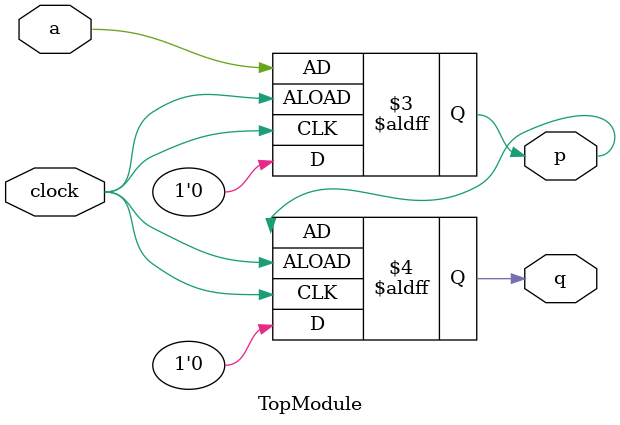
<source format=sv>

module TopModule (
    input wire clock,
    input wire a,
    output reg p,
    output reg q
);

    always @(posedge clock or negedge clock) begin
        if (!clock) begin
            // When clock is low, reset both outputs
            p <= 0;
            q <= 0;
        end else begin
            // On positive edge of the clock
            p <= a; // p follows a on rising edge of clock

            // q latches the value of p when clock goes low
            q <= p;
        end
    end

endmodule

// VERILOG-EVAL: errant inclusion of module definition

</source>
